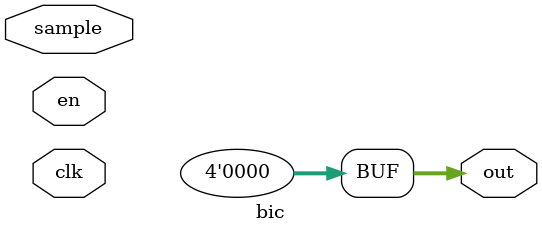
<source format=v>
module bic(out, en, sample, clk);
	output [3:0] out;
	input [3:0] sample;
	input en, clk;
	
	
	reg [3:0] bitCounter;
	
	initial begin
		out = 0;
		bitCounter = 0;
	end
	
	always @(posedge clk) begin
	
		if (sample == 4'b1111) begin
			bitCounter = bitCounter + 1;
		
		end
	
	end


endmodule
</source>
